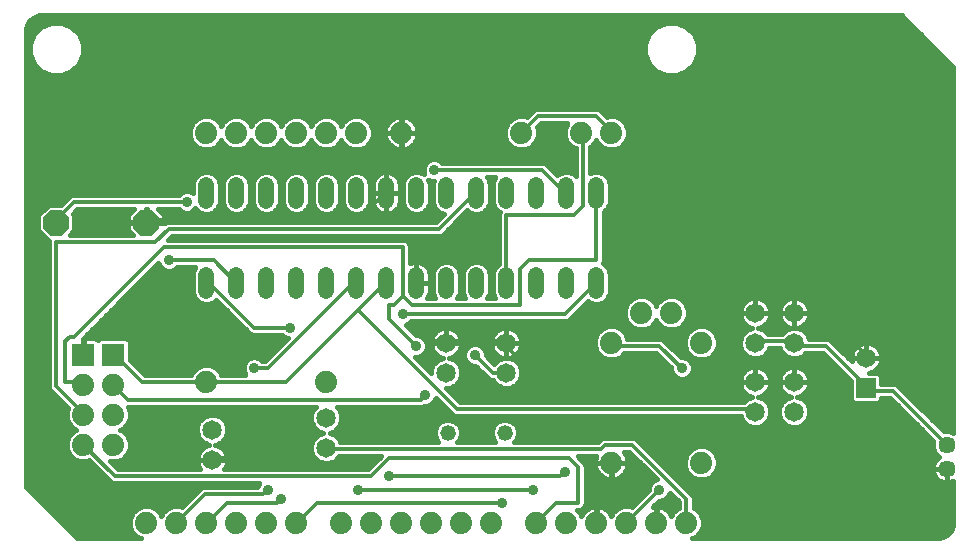
<source format=gbl>
G75*
%MOIN*%
%OFA0B0*%
%FSLAX24Y24*%
%IPPOS*%
%LPD*%
%AMOC8*
5,1,8,0,0,1.08239X$1,22.5*
%
%ADD10C,0.0650*%
%ADD11R,0.0650X0.0650*%
%ADD12C,0.0740*%
%ADD13C,0.0520*%
%ADD14R,0.0740X0.0740*%
%ADD15C,0.0570*%
%ADD16OC8,0.0850*%
%ADD17C,0.0520*%
%ADD18C,0.0120*%
%ADD19C,0.0360*%
%ADD20C,0.0160*%
D10*
X009080Y005180D03*
X009080Y006180D03*
X012880Y006580D03*
X012880Y005580D03*
X016880Y008080D03*
X016880Y009080D03*
X018880Y009080D03*
X018880Y008080D03*
X027180Y007780D03*
X028480Y007780D03*
X028480Y006780D03*
X027180Y006780D03*
X030880Y008580D03*
X028480Y009080D03*
X027180Y009080D03*
X027180Y010080D03*
X028480Y010080D03*
D11*
X030880Y007580D03*
D12*
X025380Y009080D03*
X024380Y010080D03*
X023380Y010080D03*
X022380Y009080D03*
X022380Y005080D03*
X021880Y003080D03*
X020880Y003080D03*
X019880Y003080D03*
X018380Y003080D03*
X017380Y003080D03*
X016380Y003080D03*
X015380Y003080D03*
X014380Y003080D03*
X013380Y003080D03*
X011880Y003080D03*
X010880Y003080D03*
X009880Y003080D03*
X008880Y003080D03*
X007880Y003080D03*
X006880Y003080D03*
X005780Y005680D03*
X004780Y005680D03*
X004780Y006680D03*
X005780Y006680D03*
X005780Y007680D03*
X004780Y007680D03*
X008880Y007780D03*
X012880Y007780D03*
X022880Y003080D03*
X023880Y003080D03*
X024880Y003080D03*
X025380Y005080D03*
X022380Y016080D03*
X021380Y016080D03*
X019380Y016080D03*
X015380Y016080D03*
X013880Y016080D03*
X012880Y016080D03*
X011880Y016080D03*
X010880Y016080D03*
X009880Y016080D03*
X008880Y016080D03*
D13*
X016930Y006080D03*
X018830Y006080D03*
D14*
X005780Y008680D03*
X004780Y008680D03*
D15*
X033555Y005674D03*
X033555Y004886D03*
D16*
X006880Y013080D03*
X003880Y013080D03*
D17*
X008880Y013820D02*
X008880Y014340D01*
X009880Y014340D02*
X009880Y013820D01*
X010880Y013820D02*
X010880Y014340D01*
X011880Y014340D02*
X011880Y013820D01*
X012880Y013820D02*
X012880Y014340D01*
X013880Y014340D02*
X013880Y013820D01*
X014880Y013820D02*
X014880Y014340D01*
X015880Y014340D02*
X015880Y013820D01*
X016880Y013820D02*
X016880Y014340D01*
X017880Y014340D02*
X017880Y013820D01*
X018880Y013820D02*
X018880Y014340D01*
X019880Y014340D02*
X019880Y013820D01*
X020880Y013820D02*
X020880Y014340D01*
X021880Y014340D02*
X021880Y013820D01*
X021880Y011340D02*
X021880Y010820D01*
X020880Y010820D02*
X020880Y011340D01*
X019880Y011340D02*
X019880Y010820D01*
X018880Y010820D02*
X018880Y011340D01*
X017880Y011340D02*
X017880Y010820D01*
X016880Y010820D02*
X016880Y011340D01*
X015880Y011340D02*
X015880Y010820D01*
X014880Y010820D02*
X014880Y011340D01*
X013880Y011340D02*
X013880Y010820D01*
X012880Y010820D02*
X012880Y011340D01*
X011880Y011340D02*
X011880Y010820D01*
X010880Y010820D02*
X010880Y011340D01*
X009880Y011340D02*
X009880Y010820D01*
X008880Y010820D02*
X008880Y011340D01*
D18*
X008880Y011080D02*
X008980Y011080D01*
X010480Y009580D01*
X011680Y009580D01*
X010930Y008230D02*
X010480Y008230D01*
X010930Y008230D02*
X013780Y011080D01*
X013880Y011080D01*
X013930Y010180D02*
X014830Y011080D01*
X014880Y011080D01*
X015430Y010630D02*
X015130Y010330D01*
X014980Y010330D01*
X014980Y009880D01*
X015880Y008980D01*
X016330Y009130D02*
X016780Y009130D01*
X016880Y009080D01*
X016930Y009130D01*
X018880Y009130D01*
X018880Y009080D01*
X018880Y008980D01*
X020080Y007780D01*
X027180Y007780D01*
X027130Y006880D02*
X027180Y006780D01*
X027130Y006880D02*
X017230Y006880D01*
X013930Y010180D01*
X011530Y007780D01*
X008880Y007780D01*
X006730Y007780D01*
X005830Y008680D01*
X005780Y008680D01*
X004480Y009280D02*
X004330Y009280D01*
X004180Y009130D01*
X004180Y007780D01*
X004780Y007780D01*
X004780Y007680D01*
X005780Y007680D02*
X006280Y007180D01*
X016030Y007180D01*
X016180Y007330D01*
X017830Y008680D02*
X018430Y008080D01*
X018880Y008080D01*
X016330Y009130D02*
X015880Y009580D01*
X015430Y010030D02*
X020830Y010030D01*
X021880Y011080D01*
X021880Y011830D02*
X019630Y011830D01*
X019330Y011530D01*
X019330Y010330D01*
X015730Y010330D01*
X015430Y010630D01*
X015430Y012280D01*
X007480Y012280D01*
X004480Y009280D01*
X003880Y007630D02*
X003880Y012430D01*
X007180Y012430D01*
X007630Y012880D01*
X016630Y012880D01*
X017830Y014080D01*
X017880Y014080D01*
X018880Y013330D02*
X021130Y013330D01*
X021430Y013630D01*
X021430Y016030D01*
X021380Y016080D01*
X021880Y016630D02*
X022330Y016180D01*
X022380Y016080D01*
X021880Y016630D02*
X019930Y016630D01*
X019380Y016080D01*
X020080Y014830D02*
X016480Y014830D01*
X014880Y014080D02*
X014830Y014080D01*
X013930Y013180D01*
X006880Y013180D01*
X006880Y013080D01*
X008230Y013780D02*
X004480Y013780D01*
X003880Y013180D01*
X003880Y013080D01*
X007630Y011830D02*
X009130Y011830D01*
X009880Y011080D01*
X004780Y006730D02*
X003880Y007630D01*
X004780Y006730D02*
X004780Y006680D01*
X004780Y005680D02*
X005830Y004630D01*
X014380Y004630D01*
X014980Y005230D01*
X020980Y005230D01*
X021280Y004930D01*
X021280Y003730D01*
X020530Y003730D01*
X019880Y003080D01*
X018730Y003730D02*
X012580Y003730D01*
X011980Y003130D01*
X011880Y003080D01*
X011230Y003730D02*
X009580Y003730D01*
X008980Y003130D01*
X008880Y003080D01*
X008830Y004030D02*
X007880Y003080D01*
X008830Y004030D02*
X010780Y004030D01*
X010930Y004180D01*
X011230Y003730D02*
X011380Y003880D01*
X010030Y005230D02*
X009130Y005230D01*
X009080Y005180D01*
X010030Y005230D02*
X010180Y005380D01*
X012880Y005530D02*
X012880Y005580D01*
X012880Y005530D02*
X022030Y005530D01*
X022180Y005680D01*
X023080Y005680D01*
X024880Y003880D01*
X024880Y003080D01*
X023980Y004180D02*
X022880Y003080D01*
X020830Y004780D02*
X020680Y004630D01*
X014980Y004630D01*
X013930Y004180D02*
X019780Y004180D01*
X023980Y008980D02*
X024730Y008230D01*
X023980Y008980D02*
X022480Y008980D01*
X022380Y009080D01*
X018880Y011080D02*
X018880Y013330D01*
X020080Y014830D02*
X020830Y014080D01*
X020880Y014080D01*
X021880Y014080D02*
X021880Y011830D01*
X027180Y009080D02*
X027280Y009130D01*
X028480Y009130D01*
X028480Y009080D01*
X028480Y008980D01*
X029530Y008980D01*
X030880Y007630D01*
X030880Y007580D01*
X030880Y007480D01*
X031780Y007480D01*
X033580Y005680D01*
X033555Y005674D01*
X030880Y008580D02*
X030880Y008680D01*
X029530Y010030D01*
X028480Y010030D01*
X028480Y010080D01*
D19*
X024730Y008230D03*
X020830Y004780D03*
X019780Y004180D03*
X018730Y003730D03*
X014980Y004630D03*
X013930Y004180D03*
X011380Y003880D03*
X010930Y004180D03*
X010180Y005380D03*
X010480Y008230D03*
X011680Y009580D03*
X015430Y010030D03*
X015880Y009580D03*
X015880Y008980D03*
X017830Y008680D03*
X016180Y007330D03*
X023980Y004180D03*
X008230Y013780D03*
X007630Y011830D03*
X016480Y014830D03*
D20*
X004579Y002560D02*
X002860Y004279D01*
X002860Y019476D01*
X002864Y019544D01*
X002900Y019675D01*
X002967Y019793D01*
X003063Y019889D01*
X003181Y019956D01*
X003312Y019992D01*
X003380Y019996D01*
X032051Y019996D01*
X033770Y018277D01*
X033770Y006088D01*
X033647Y006139D01*
X033463Y006139D01*
X033461Y006138D01*
X031983Y007616D01*
X031916Y007683D01*
X031828Y007720D01*
X031385Y007720D01*
X031385Y007980D01*
X031280Y008085D01*
X030983Y008085D01*
X030998Y008087D01*
X031074Y008112D01*
X031145Y008148D01*
X031209Y008195D01*
X031265Y008251D01*
X031312Y008315D01*
X031348Y008386D01*
X031373Y008462D01*
X031385Y008540D01*
X031385Y008580D01*
X031385Y008620D01*
X031373Y008698D01*
X031348Y008774D01*
X031312Y008845D01*
X031265Y008909D01*
X031209Y008965D01*
X031145Y009012D01*
X031074Y009048D01*
X030998Y009073D01*
X030920Y009085D01*
X030880Y009085D01*
X030880Y008580D01*
X030880Y008580D01*
X031385Y008580D01*
X030880Y008580D01*
X030880Y008580D01*
X030880Y008580D01*
X030375Y008580D01*
X030375Y008620D01*
X030387Y008698D01*
X030412Y008774D01*
X030448Y008845D01*
X030495Y008909D01*
X030551Y008965D01*
X030615Y009012D01*
X030686Y009048D01*
X030762Y009073D01*
X030840Y009085D01*
X030880Y009085D01*
X030880Y008580D01*
X030375Y008580D01*
X030375Y008540D01*
X030387Y008462D01*
X029733Y009116D01*
X029666Y009183D01*
X029578Y009220D01*
X028969Y009220D01*
X028908Y009366D01*
X028766Y009508D01*
X028581Y009585D01*
X028598Y009587D01*
X028674Y009612D01*
X028745Y009648D01*
X028809Y009695D01*
X028865Y009751D01*
X028912Y009815D01*
X028948Y009886D01*
X028973Y009962D01*
X028985Y010040D01*
X028985Y010080D01*
X028985Y010120D01*
X028973Y010198D01*
X028948Y010274D01*
X028912Y010345D01*
X028865Y010409D01*
X028809Y010465D01*
X028745Y010512D01*
X028674Y010548D01*
X028598Y010573D01*
X028520Y010585D01*
X028480Y010585D01*
X028480Y010080D01*
X028480Y010080D01*
X028985Y010080D01*
X028480Y010080D01*
X028480Y010080D01*
X028480Y009585D01*
X028480Y009585D01*
X028480Y010080D01*
X028480Y010080D01*
X028480Y010080D01*
X027975Y010080D01*
X027975Y010120D01*
X027987Y010198D01*
X028012Y010274D01*
X028048Y010345D01*
X028095Y010409D01*
X028151Y010465D01*
X028215Y010512D01*
X028286Y010548D01*
X028362Y010573D01*
X028440Y010585D01*
X028480Y010585D01*
X028480Y010080D01*
X027975Y010080D01*
X027975Y010040D01*
X027987Y009962D01*
X028012Y009886D01*
X028048Y009815D01*
X028095Y009751D01*
X028151Y009695D01*
X028215Y009648D01*
X028286Y009612D01*
X028362Y009587D01*
X028379Y009585D01*
X028194Y009508D01*
X028056Y009370D01*
X027604Y009370D01*
X027466Y009508D01*
X027281Y009585D01*
X027298Y009587D01*
X027374Y009612D01*
X027445Y009648D01*
X027509Y009695D01*
X027565Y009751D01*
X027612Y009815D01*
X027648Y009886D01*
X027673Y009962D01*
X027685Y010040D01*
X027685Y010080D01*
X027685Y010120D01*
X027673Y010198D01*
X027648Y010274D01*
X027612Y010345D01*
X027565Y010409D01*
X027509Y010465D01*
X027445Y010512D01*
X027374Y010548D01*
X027298Y010573D01*
X027220Y010585D01*
X027180Y010585D01*
X027180Y010080D01*
X027180Y010080D01*
X027685Y010080D01*
X027180Y010080D01*
X027180Y010080D01*
X027180Y010080D01*
X026675Y010080D01*
X026675Y010120D01*
X026687Y010198D01*
X026712Y010274D01*
X026748Y010345D01*
X026795Y010409D01*
X026851Y010465D01*
X026915Y010512D01*
X026986Y010548D01*
X027062Y010573D01*
X027140Y010585D01*
X027180Y010585D01*
X027180Y010080D01*
X026675Y010080D01*
X026675Y010040D01*
X026687Y009962D01*
X026712Y009886D01*
X026748Y009815D01*
X026795Y009751D01*
X026851Y009695D01*
X026915Y009648D01*
X026986Y009612D01*
X027062Y009587D01*
X027079Y009585D01*
X026894Y009508D01*
X026752Y009366D01*
X026675Y009180D01*
X026675Y008980D01*
X026752Y008794D01*
X026894Y008652D01*
X027080Y008575D01*
X027280Y008575D01*
X027466Y008652D01*
X027608Y008794D01*
X027648Y008890D01*
X028012Y008890D01*
X028052Y008794D01*
X028194Y008652D01*
X028380Y008575D01*
X028580Y008575D01*
X028766Y008652D01*
X028854Y008740D01*
X029431Y008740D01*
X030375Y007796D01*
X030375Y007180D01*
X030480Y007075D01*
X031280Y007075D01*
X031385Y007180D01*
X031385Y007240D01*
X031681Y007240D01*
X033109Y005812D01*
X033090Y005766D01*
X033090Y005581D01*
X033161Y005410D01*
X033292Y005279D01*
X033300Y005276D01*
X033252Y005241D01*
X033200Y005189D01*
X033157Y005130D01*
X033124Y005065D01*
X033101Y004995D01*
X033090Y004923D01*
X033090Y004886D01*
X033090Y004850D01*
X033101Y004777D01*
X033124Y004708D01*
X033157Y004643D01*
X033200Y004583D01*
X033252Y004532D01*
X033311Y004489D01*
X033377Y004455D01*
X033446Y004433D01*
X033518Y004421D01*
X033555Y004421D01*
X033592Y004421D01*
X033664Y004433D01*
X033733Y004455D01*
X033770Y004474D01*
X033770Y003080D01*
X033766Y003012D01*
X033730Y002881D01*
X033663Y002763D01*
X033567Y002667D01*
X033449Y002600D01*
X033318Y002564D01*
X033250Y002560D01*
X025062Y002560D01*
X025192Y002614D01*
X025346Y002768D01*
X025430Y002971D01*
X025430Y003189D01*
X025346Y003392D01*
X025192Y003546D01*
X025120Y003576D01*
X025120Y003928D01*
X025083Y004016D01*
X025016Y004083D01*
X023216Y005883D01*
X023128Y005920D01*
X023032Y005920D01*
X022132Y005920D01*
X022044Y005883D01*
X021977Y005816D01*
X021931Y005770D01*
X019142Y005770D01*
X019203Y005831D01*
X019270Y005992D01*
X019270Y006168D01*
X019203Y006329D01*
X019079Y006453D01*
X018918Y006520D01*
X018742Y006520D01*
X018581Y006453D01*
X018457Y006329D01*
X018390Y006168D01*
X018390Y005992D01*
X018457Y005831D01*
X018518Y005770D01*
X017242Y005770D01*
X017303Y005831D01*
X017370Y005992D01*
X017370Y006168D01*
X017303Y006329D01*
X017179Y006453D01*
X017018Y006520D01*
X016842Y006520D01*
X016681Y006453D01*
X016557Y006329D01*
X016490Y006168D01*
X016490Y005992D01*
X016557Y005831D01*
X016618Y005770D01*
X013348Y005770D01*
X013308Y005866D01*
X013166Y006008D01*
X012993Y006080D01*
X013166Y006152D01*
X013308Y006294D01*
X013385Y006480D01*
X013385Y006680D01*
X013308Y006866D01*
X013234Y006940D01*
X016078Y006940D01*
X016150Y006970D01*
X016252Y006970D01*
X016384Y007025D01*
X016485Y007126D01*
X016532Y007239D01*
X017027Y006744D01*
X017094Y006677D01*
X017182Y006640D01*
X026691Y006640D01*
X026752Y006494D01*
X026894Y006352D01*
X027080Y006275D01*
X027280Y006275D01*
X027466Y006352D01*
X027608Y006494D01*
X027685Y006680D01*
X027685Y006880D01*
X027608Y007066D01*
X027466Y007208D01*
X027281Y007285D01*
X027298Y007287D01*
X027374Y007312D01*
X027445Y007348D01*
X027509Y007395D01*
X027565Y007451D01*
X027612Y007515D01*
X027648Y007586D01*
X027673Y007662D01*
X027685Y007740D01*
X027685Y007780D01*
X027685Y007820D01*
X027673Y007898D01*
X027648Y007974D01*
X027612Y008045D01*
X027565Y008109D01*
X027509Y008165D01*
X027445Y008212D01*
X027374Y008248D01*
X027298Y008273D01*
X027220Y008285D01*
X027180Y008285D01*
X027180Y007780D01*
X027180Y007780D01*
X027685Y007780D01*
X027180Y007780D01*
X027180Y007780D01*
X027180Y007780D01*
X026675Y007780D01*
X026675Y007820D01*
X026687Y007898D01*
X026712Y007974D01*
X026748Y008045D01*
X026795Y008109D01*
X026851Y008165D01*
X026915Y008212D01*
X026986Y008248D01*
X027062Y008273D01*
X027140Y008285D01*
X027180Y008285D01*
X027180Y007780D01*
X026675Y007780D01*
X026675Y007740D01*
X026687Y007662D01*
X026712Y007586D01*
X026748Y007515D01*
X026795Y007451D01*
X026851Y007395D01*
X026915Y007348D01*
X026986Y007312D01*
X027062Y007287D01*
X027079Y007285D01*
X026894Y007208D01*
X026806Y007120D01*
X017329Y007120D01*
X016874Y007575D01*
X016980Y007575D01*
X017166Y007652D01*
X017308Y007794D01*
X017385Y007980D01*
X017385Y008180D01*
X017308Y008366D01*
X017166Y008508D01*
X016981Y008585D01*
X016998Y008587D01*
X017074Y008612D01*
X017145Y008648D01*
X017209Y008695D01*
X017265Y008751D01*
X017312Y008815D01*
X017348Y008886D01*
X017373Y008962D01*
X017385Y009040D01*
X017385Y009080D01*
X017385Y009120D01*
X017373Y009198D01*
X017348Y009274D01*
X017312Y009345D01*
X017265Y009409D01*
X017209Y009465D01*
X017145Y009512D01*
X017074Y009548D01*
X016998Y009573D01*
X016920Y009585D01*
X016880Y009585D01*
X016880Y009080D01*
X016880Y009080D01*
X017385Y009080D01*
X016880Y009080D01*
X016880Y009080D01*
X016880Y009080D01*
X016375Y009080D01*
X016375Y009120D01*
X016387Y009198D01*
X016412Y009274D01*
X016448Y009345D01*
X016495Y009409D01*
X016551Y009465D01*
X016615Y009512D01*
X016686Y009548D01*
X016762Y009573D01*
X016840Y009585D01*
X016880Y009585D01*
X016880Y009080D01*
X016375Y009080D01*
X016375Y009040D01*
X016387Y008962D01*
X016412Y008886D01*
X016448Y008815D01*
X016495Y008751D01*
X016551Y008695D01*
X016615Y008648D01*
X016686Y008612D01*
X016762Y008587D01*
X016779Y008585D01*
X016594Y008508D01*
X016452Y008366D01*
X016375Y008180D01*
X016375Y008074D01*
X015829Y008620D01*
X015952Y008620D01*
X016084Y008675D01*
X016185Y008776D01*
X016240Y008908D01*
X016240Y009052D01*
X016185Y009184D01*
X016084Y009285D01*
X015952Y009340D01*
X015859Y009340D01*
X015521Y009678D01*
X015634Y009725D01*
X015699Y009790D01*
X020878Y009790D01*
X020966Y009827D01*
X021033Y009894D01*
X021609Y010469D01*
X021631Y010447D01*
X021792Y010380D01*
X021968Y010380D01*
X022129Y010447D01*
X022253Y010571D01*
X022320Y010732D01*
X022320Y011428D01*
X022253Y011589D01*
X022129Y011713D01*
X022097Y011726D01*
X022120Y011782D01*
X022120Y013443D01*
X022129Y013447D01*
X022253Y013571D01*
X022320Y013732D01*
X022320Y014428D01*
X022253Y014589D01*
X022129Y014713D01*
X021968Y014780D01*
X021792Y014780D01*
X021670Y014729D01*
X021670Y015605D01*
X021692Y015614D01*
X021846Y015768D01*
X021880Y015850D01*
X021914Y015768D01*
X022068Y015614D01*
X022271Y015530D01*
X022489Y015530D01*
X022692Y015614D01*
X022846Y015768D01*
X022930Y015971D01*
X022930Y016189D01*
X022846Y016392D01*
X022692Y016546D01*
X022489Y016630D01*
X022271Y016630D01*
X022234Y016615D01*
X022016Y016833D01*
X021928Y016870D01*
X019882Y016870D01*
X019794Y016833D01*
X019727Y016766D01*
X019561Y016600D01*
X019489Y016630D01*
X019271Y016630D01*
X019068Y016546D01*
X018914Y016392D01*
X018830Y016189D01*
X018830Y015971D01*
X018914Y015768D01*
X019068Y015614D01*
X019271Y015530D01*
X019489Y015530D01*
X019692Y015614D01*
X019846Y015768D01*
X019930Y015971D01*
X019930Y016189D01*
X019900Y016261D01*
X020029Y016390D01*
X020913Y016390D01*
X020830Y016189D01*
X020830Y015971D01*
X020914Y015768D01*
X021068Y015614D01*
X021190Y015563D01*
X021190Y014652D01*
X021129Y014713D01*
X020968Y014780D01*
X020792Y014780D01*
X020631Y014713D01*
X020584Y014666D01*
X020283Y014966D01*
X020216Y015033D01*
X020128Y015070D01*
X016749Y015070D01*
X016684Y015135D01*
X016552Y015190D01*
X016408Y015190D01*
X016276Y015135D01*
X016175Y015034D01*
X016120Y014902D01*
X016120Y014758D01*
X016146Y014697D01*
X016129Y014713D01*
X015968Y014780D01*
X015792Y014780D01*
X015631Y014713D01*
X015507Y014589D01*
X015440Y014428D01*
X015440Y013732D01*
X015507Y013571D01*
X015631Y013447D01*
X015792Y013380D01*
X015968Y013380D01*
X016129Y013447D01*
X016253Y013571D01*
X016320Y013732D01*
X016320Y014428D01*
X016280Y014523D01*
X016408Y014470D01*
X016458Y014470D01*
X016440Y014428D01*
X016440Y013732D01*
X016507Y013571D01*
X016631Y013447D01*
X016791Y013381D01*
X016531Y013120D01*
X007582Y013120D01*
X007494Y013083D01*
X007471Y013060D01*
X006900Y013060D01*
X006900Y013100D01*
X006900Y013540D01*
X006860Y013540D01*
X006860Y013100D01*
X006900Y013100D01*
X007485Y013100D01*
X007485Y013331D01*
X007276Y013540D01*
X007961Y013540D01*
X008026Y013475D01*
X008158Y013420D01*
X008302Y013420D01*
X008434Y013475D01*
X008518Y013559D01*
X008631Y013447D01*
X008792Y013380D01*
X008968Y013380D01*
X009129Y013447D01*
X009253Y013571D01*
X009320Y013732D01*
X009320Y014428D01*
X009253Y014589D01*
X009129Y014713D01*
X008968Y014780D01*
X008792Y014780D01*
X008631Y014713D01*
X008507Y014589D01*
X008440Y014428D01*
X008440Y014079D01*
X008434Y014085D01*
X008302Y014140D01*
X008158Y014140D01*
X008026Y014085D01*
X007961Y014020D01*
X004432Y014020D01*
X004344Y013983D01*
X004277Y013916D01*
X004046Y013685D01*
X003629Y013685D01*
X003275Y013331D01*
X003275Y012829D01*
X003629Y012475D01*
X003640Y012475D01*
X003640Y007582D01*
X003677Y007494D01*
X003744Y007427D01*
X004274Y006896D01*
X004230Y006789D01*
X004230Y006571D01*
X004314Y006368D01*
X004468Y006214D01*
X004550Y006180D01*
X004468Y006146D01*
X004314Y005992D01*
X004230Y005789D01*
X004230Y005571D01*
X004314Y005368D01*
X004468Y005214D01*
X004671Y005130D01*
X004889Y005130D01*
X004961Y005160D01*
X005627Y004494D01*
X005694Y004427D01*
X005782Y004390D01*
X010631Y004390D01*
X010625Y004384D01*
X010578Y004270D01*
X008782Y004270D01*
X008694Y004233D01*
X008061Y003600D01*
X007989Y003630D01*
X007771Y003630D01*
X007568Y003546D01*
X007414Y003392D01*
X007380Y003310D01*
X007346Y003392D01*
X007192Y003546D01*
X006989Y003630D01*
X006771Y003630D01*
X006568Y003546D01*
X006414Y003392D01*
X006330Y003189D01*
X006330Y002971D01*
X006414Y002768D01*
X006568Y002614D01*
X006698Y002560D01*
X004579Y002560D01*
X004425Y002714D02*
X006468Y002714D01*
X006371Y002873D02*
X004266Y002873D01*
X004108Y003031D02*
X006330Y003031D01*
X006330Y003190D02*
X003949Y003190D01*
X003791Y003348D02*
X006396Y003348D01*
X006529Y003507D02*
X003632Y003507D01*
X003474Y003665D02*
X008126Y003665D01*
X008284Y003824D02*
X003315Y003824D01*
X003157Y003982D02*
X008443Y003982D01*
X008601Y004141D02*
X002998Y004141D01*
X002860Y004299D02*
X010590Y004299D01*
X009512Y004915D02*
X009548Y004986D01*
X009573Y005062D01*
X009585Y005140D01*
X009585Y005180D01*
X009585Y005220D01*
X009573Y005298D01*
X009548Y005374D01*
X009512Y005445D01*
X009465Y005509D01*
X009409Y005565D01*
X009345Y005612D01*
X009274Y005648D01*
X009198Y005673D01*
X009181Y005675D01*
X009366Y005752D01*
X009508Y005894D01*
X009585Y006080D01*
X009585Y006280D01*
X009508Y006466D01*
X009366Y006608D01*
X009180Y006685D01*
X008980Y006685D01*
X008794Y006608D01*
X008652Y006466D01*
X008575Y006280D01*
X008575Y006080D01*
X008652Y005894D01*
X008794Y005752D01*
X008979Y005675D01*
X008962Y005673D01*
X008886Y005648D01*
X008815Y005612D01*
X008751Y005565D01*
X008695Y005509D01*
X008648Y005445D01*
X008612Y005374D01*
X008587Y005298D01*
X008575Y005220D01*
X008575Y005180D01*
X009080Y005180D01*
X009585Y005180D01*
X009080Y005180D01*
X009080Y005180D01*
X009080Y005180D01*
X008575Y005180D01*
X008575Y005140D01*
X008587Y005062D01*
X008612Y004986D01*
X008648Y004915D01*
X008681Y004870D01*
X005929Y004870D01*
X005669Y005131D01*
X005671Y005130D01*
X005889Y005130D01*
X006092Y005214D01*
X006246Y005368D01*
X006330Y005571D01*
X006330Y005789D01*
X006246Y005992D01*
X006092Y006146D01*
X006010Y006180D01*
X006092Y006214D01*
X006246Y006368D01*
X006330Y006571D01*
X006330Y006789D01*
X006268Y006940D01*
X012526Y006940D01*
X012452Y006866D01*
X012375Y006680D01*
X012375Y006480D01*
X012452Y006294D01*
X012594Y006152D01*
X012767Y006080D01*
X012594Y006008D01*
X012452Y005866D01*
X012375Y005680D01*
X012375Y005480D01*
X012452Y005294D01*
X012594Y005152D01*
X012780Y005075D01*
X012980Y005075D01*
X013166Y005152D01*
X013304Y005290D01*
X014701Y005290D01*
X014281Y004870D01*
X009479Y004870D01*
X009512Y004915D01*
X009521Y004933D02*
X014344Y004933D01*
X014502Y005092D02*
X013020Y005092D01*
X012740Y005092D02*
X009577Y005092D01*
X009580Y005250D02*
X012496Y005250D01*
X012404Y005409D02*
X009530Y005409D01*
X009406Y005567D02*
X012375Y005567D01*
X012394Y005726D02*
X009302Y005726D01*
X009498Y005884D02*
X012470Y005884D01*
X012677Y006043D02*
X009570Y006043D01*
X009585Y006201D02*
X012545Y006201D01*
X012425Y006360D02*
X009552Y006360D01*
X009456Y006518D02*
X012375Y006518D01*
X012375Y006677D02*
X009201Y006677D01*
X008959Y006677D02*
X006330Y006677D01*
X006311Y006835D02*
X012439Y006835D01*
X013321Y006835D02*
X016936Y006835D01*
X017094Y006677D02*
X013385Y006677D01*
X013385Y006518D02*
X016838Y006518D01*
X017022Y006518D02*
X018738Y006518D01*
X018922Y006518D02*
X026742Y006518D01*
X026886Y006360D02*
X019173Y006360D01*
X019256Y006201D02*
X032720Y006201D01*
X032878Y006043D02*
X019270Y006043D01*
X019225Y005884D02*
X022045Y005884D01*
X021870Y005290D02*
X021259Y005290D01*
X021416Y005133D01*
X021483Y005066D01*
X021520Y004978D01*
X021520Y003682D01*
X021483Y003594D01*
X021416Y003527D01*
X021328Y003490D01*
X021248Y003490D01*
X021346Y003392D01*
X021380Y003310D01*
X021410Y003368D01*
X021460Y003438D01*
X021522Y003500D01*
X021592Y003550D01*
X021669Y003590D01*
X021751Y003616D01*
X021837Y003630D01*
X021860Y003630D01*
X021860Y003100D01*
X021900Y003100D01*
X021900Y003630D01*
X021923Y003630D01*
X022009Y003616D01*
X022091Y003590D01*
X022168Y003550D01*
X022238Y003500D01*
X022300Y003438D01*
X022350Y003368D01*
X022380Y003310D01*
X022414Y003392D01*
X022568Y003546D01*
X022771Y003630D01*
X022989Y003630D01*
X023061Y003600D01*
X023620Y004159D01*
X023620Y004252D01*
X023675Y004384D01*
X023776Y004485D01*
X023889Y004532D01*
X022981Y005440D01*
X022798Y005440D01*
X022800Y005438D01*
X022850Y005368D01*
X022890Y005291D01*
X022916Y005209D01*
X022930Y005123D01*
X022930Y005089D01*
X022389Y005089D01*
X022389Y005071D01*
X022930Y005071D01*
X022930Y005037D01*
X022916Y004951D01*
X022890Y004869D01*
X022850Y004792D01*
X022800Y004722D01*
X022738Y004660D01*
X022668Y004610D01*
X022591Y004570D01*
X022509Y004544D01*
X022423Y004530D01*
X022389Y004530D01*
X022389Y005071D01*
X022371Y005071D01*
X021830Y005071D01*
X021830Y005037D01*
X021844Y004951D01*
X021870Y004869D01*
X021910Y004792D01*
X021960Y004722D01*
X022022Y004660D01*
X022092Y004610D01*
X022169Y004570D01*
X022251Y004544D01*
X022337Y004530D01*
X022371Y004530D01*
X022371Y005071D01*
X022371Y005089D01*
X021830Y005089D01*
X021830Y005123D01*
X021844Y005209D01*
X021870Y005290D01*
X021857Y005250D02*
X021299Y005250D01*
X021458Y005092D02*
X021830Y005092D01*
X021849Y004933D02*
X021520Y004933D01*
X021520Y004775D02*
X021922Y004775D01*
X022083Y004616D02*
X021520Y004616D01*
X021520Y004458D02*
X023748Y004458D01*
X023805Y004616D02*
X022677Y004616D01*
X022838Y004775D02*
X023646Y004775D01*
X023488Y004933D02*
X022911Y004933D01*
X022930Y005092D02*
X023329Y005092D01*
X023171Y005250D02*
X022903Y005250D01*
X022821Y005409D02*
X023012Y005409D01*
X023374Y005726D02*
X033090Y005726D01*
X033096Y005567D02*
X025641Y005567D01*
X025692Y005546D02*
X025489Y005630D01*
X025271Y005630D01*
X025068Y005546D01*
X024914Y005392D01*
X024830Y005189D01*
X024830Y004971D01*
X024914Y004768D01*
X025068Y004614D01*
X025271Y004530D01*
X025489Y004530D01*
X025692Y004614D01*
X025846Y004768D01*
X025930Y004971D01*
X025930Y005189D01*
X025846Y005392D01*
X025692Y005546D01*
X025829Y005409D02*
X033163Y005409D01*
X033264Y005250D02*
X025905Y005250D01*
X025930Y005092D02*
X033138Y005092D01*
X033092Y004933D02*
X025914Y004933D01*
X025849Y004775D02*
X033102Y004775D01*
X033090Y004886D02*
X033555Y004886D01*
X033555Y004421D01*
X033555Y004886D01*
X033555Y004886D01*
X033555Y004886D01*
X033090Y004886D01*
X033177Y004616D02*
X025694Y004616D01*
X025066Y004616D02*
X024483Y004616D01*
X024325Y004775D02*
X024911Y004775D01*
X024846Y004933D02*
X024166Y004933D01*
X024008Y005092D02*
X024830Y005092D01*
X024855Y005250D02*
X023849Y005250D01*
X023691Y005409D02*
X024931Y005409D01*
X025119Y005567D02*
X023532Y005567D01*
X023215Y005884D02*
X033037Y005884D01*
X033398Y006201D02*
X033770Y006201D01*
X033770Y006360D02*
X033240Y006360D01*
X033081Y006518D02*
X033770Y006518D01*
X033770Y006677D02*
X032923Y006677D01*
X032764Y006835D02*
X033770Y006835D01*
X033770Y006994D02*
X032606Y006994D01*
X032447Y007152D02*
X033770Y007152D01*
X033770Y007311D02*
X032289Y007311D01*
X032130Y007469D02*
X033770Y007469D01*
X033770Y007628D02*
X031972Y007628D01*
X031769Y007152D02*
X031357Y007152D01*
X031927Y006994D02*
X028938Y006994D01*
X028908Y007066D02*
X028985Y006880D01*
X028985Y006680D01*
X028908Y006494D01*
X028766Y006352D01*
X028580Y006275D01*
X028380Y006275D01*
X028194Y006352D01*
X028052Y006494D01*
X027975Y006680D01*
X027975Y006880D01*
X028052Y007066D01*
X028194Y007208D01*
X028379Y007285D01*
X028362Y007287D01*
X028286Y007312D01*
X028215Y007348D01*
X028151Y007395D01*
X028095Y007451D01*
X028048Y007515D01*
X028012Y007586D01*
X027987Y007662D01*
X027975Y007740D01*
X027975Y007780D01*
X028480Y007780D01*
X028985Y007780D01*
X028985Y007820D01*
X028973Y007898D01*
X028948Y007974D01*
X028912Y008045D01*
X028865Y008109D01*
X028809Y008165D01*
X028745Y008212D01*
X028674Y008248D01*
X028598Y008273D01*
X028520Y008285D01*
X028480Y008285D01*
X028480Y007780D01*
X028480Y007780D01*
X028480Y007780D01*
X028985Y007780D01*
X028985Y007740D01*
X028973Y007662D01*
X028948Y007586D01*
X028912Y007515D01*
X028865Y007451D01*
X028809Y007395D01*
X028745Y007348D01*
X028674Y007312D01*
X028598Y007287D01*
X028581Y007285D01*
X028766Y007208D01*
X028908Y007066D01*
X028822Y007152D02*
X030403Y007152D01*
X030375Y007311D02*
X028669Y007311D01*
X028878Y007469D02*
X030375Y007469D01*
X030375Y007628D02*
X028961Y007628D01*
X028985Y007786D02*
X030375Y007786D01*
X030226Y007945D02*
X028958Y007945D01*
X028870Y008103D02*
X030068Y008103D01*
X029909Y008262D02*
X028632Y008262D01*
X028480Y008262D02*
X028480Y008262D01*
X028480Y008285D02*
X028440Y008285D01*
X028362Y008273D01*
X028286Y008248D01*
X028215Y008212D01*
X028151Y008165D01*
X028095Y008109D01*
X028048Y008045D01*
X028012Y007974D01*
X027987Y007898D01*
X027975Y007820D01*
X027975Y007780D01*
X028480Y007780D01*
X028480Y007780D01*
X028480Y008285D01*
X028328Y008262D02*
X027332Y008262D01*
X027180Y008262D02*
X027180Y008262D01*
X027028Y008262D02*
X025090Y008262D01*
X025090Y008302D02*
X025035Y008434D01*
X024934Y008535D01*
X024802Y008590D01*
X024709Y008590D01*
X024183Y009116D01*
X024116Y009183D01*
X024028Y009220D01*
X022917Y009220D01*
X022846Y009392D01*
X022692Y009546D01*
X022489Y009630D01*
X022271Y009630D01*
X022068Y009546D01*
X021914Y009392D01*
X021830Y009189D01*
X021830Y008971D01*
X021914Y008768D01*
X022068Y008614D01*
X022271Y008530D01*
X022489Y008530D01*
X022692Y008614D01*
X022818Y008740D01*
X023881Y008740D01*
X024370Y008251D01*
X024370Y008158D01*
X024425Y008026D01*
X024526Y007925D01*
X024658Y007870D01*
X024802Y007870D01*
X024934Y007925D01*
X025035Y008026D01*
X025090Y008158D01*
X025090Y008302D01*
X025041Y008420D02*
X029751Y008420D01*
X029592Y008579D02*
X028589Y008579D01*
X028371Y008579D02*
X027289Y008579D01*
X027071Y008579D02*
X025607Y008579D01*
X025692Y008614D02*
X025489Y008530D01*
X025271Y008530D01*
X025068Y008614D01*
X024914Y008768D01*
X024830Y008971D01*
X024830Y009189D01*
X024914Y009392D01*
X025068Y009546D01*
X025271Y009630D01*
X025489Y009630D01*
X025692Y009546D01*
X025846Y009392D01*
X025930Y009189D01*
X025930Y008971D01*
X025846Y008768D01*
X025692Y008614D01*
X025815Y008737D02*
X026809Y008737D01*
X026710Y008896D02*
X025899Y008896D01*
X025930Y009054D02*
X026675Y009054D01*
X026688Y009213D02*
X025920Y009213D01*
X025855Y009371D02*
X026757Y009371D01*
X026946Y009530D02*
X025708Y009530D01*
X025052Y009530D02*
X022708Y009530D01*
X022855Y009371D02*
X024905Y009371D01*
X024840Y009213D02*
X024046Y009213D01*
X024245Y009054D02*
X024830Y009054D01*
X024861Y008896D02*
X024404Y008896D01*
X024562Y008737D02*
X024945Y008737D01*
X024829Y008579D02*
X025153Y008579D01*
X024359Y008262D02*
X019351Y008262D01*
X019385Y008180D02*
X019308Y008366D01*
X019166Y008508D01*
X018981Y008585D01*
X018998Y008587D01*
X019074Y008612D01*
X019145Y008648D01*
X019209Y008695D01*
X019265Y008751D01*
X019312Y008815D01*
X019348Y008886D01*
X019373Y008962D01*
X019385Y009040D01*
X019385Y009080D01*
X019385Y009120D01*
X019373Y009198D01*
X019348Y009274D01*
X019312Y009345D01*
X019265Y009409D01*
X019209Y009465D01*
X019145Y009512D01*
X019074Y009548D01*
X018998Y009573D01*
X018920Y009585D01*
X018880Y009585D01*
X018880Y009080D01*
X018880Y009080D01*
X019385Y009080D01*
X018880Y009080D01*
X018880Y009080D01*
X018880Y009080D01*
X018375Y009080D01*
X018375Y009120D01*
X018387Y009198D01*
X018412Y009274D01*
X018448Y009345D01*
X018495Y009409D01*
X018551Y009465D01*
X018615Y009512D01*
X018686Y009548D01*
X018762Y009573D01*
X018840Y009585D01*
X018880Y009585D01*
X018880Y009080D01*
X018880Y008585D01*
X018880Y008585D01*
X018880Y009080D01*
X018880Y009080D01*
X018375Y009080D01*
X018375Y009040D01*
X018387Y008962D01*
X018412Y008886D01*
X018448Y008815D01*
X018495Y008751D01*
X018551Y008695D01*
X018615Y008648D01*
X018686Y008612D01*
X018762Y008587D01*
X018779Y008585D01*
X018594Y008508D01*
X018468Y008382D01*
X018190Y008659D01*
X018190Y008752D01*
X018135Y008884D01*
X018034Y008985D01*
X017902Y009040D01*
X017758Y009040D01*
X017626Y008985D01*
X017525Y008884D01*
X017470Y008752D01*
X017470Y008608D01*
X017525Y008476D01*
X017626Y008375D01*
X017758Y008320D01*
X017851Y008320D01*
X018227Y007944D01*
X018294Y007877D01*
X018382Y007840D01*
X018433Y007840D01*
X018452Y007794D01*
X018594Y007652D01*
X018780Y007575D01*
X018980Y007575D01*
X019166Y007652D01*
X019308Y007794D01*
X019385Y007980D01*
X019385Y008180D01*
X019385Y008103D02*
X024393Y008103D01*
X024506Y007945D02*
X019370Y007945D01*
X019300Y007786D02*
X026675Y007786D01*
X026699Y007628D02*
X019107Y007628D01*
X018653Y007628D02*
X017107Y007628D01*
X016980Y007469D02*
X026782Y007469D01*
X026991Y007311D02*
X017139Y007311D01*
X017297Y007152D02*
X026838Y007152D01*
X027369Y007311D02*
X028291Y007311D01*
X028138Y007152D02*
X027522Y007152D01*
X027638Y006994D02*
X028022Y006994D01*
X027975Y006835D02*
X027685Y006835D01*
X027684Y006677D02*
X027976Y006677D01*
X028042Y006518D02*
X027618Y006518D01*
X027474Y006360D02*
X028186Y006360D01*
X028774Y006360D02*
X032561Y006360D01*
X032403Y006518D02*
X028918Y006518D01*
X028984Y006677D02*
X032244Y006677D01*
X032086Y006835D02*
X028985Y006835D01*
X028082Y007469D02*
X027578Y007469D01*
X027661Y007628D02*
X027999Y007628D01*
X027975Y007786D02*
X027685Y007786D01*
X027658Y007945D02*
X028002Y007945D01*
X028090Y008103D02*
X027570Y008103D01*
X027180Y008103D02*
X027180Y008103D01*
X027180Y007945D02*
X027180Y007945D01*
X027180Y007786D02*
X027180Y007786D01*
X026790Y008103D02*
X025067Y008103D01*
X024954Y007945D02*
X026702Y007945D01*
X027551Y008737D02*
X028109Y008737D01*
X028851Y008737D02*
X029434Y008737D01*
X029954Y008896D02*
X030485Y008896D01*
X030400Y008737D02*
X030112Y008737D01*
X030271Y008579D02*
X030375Y008579D01*
X030880Y008737D02*
X030880Y008737D01*
X030880Y008896D02*
X030880Y008896D01*
X030880Y009054D02*
X030880Y009054D01*
X031055Y009054D02*
X033770Y009054D01*
X033770Y008896D02*
X031275Y008896D01*
X031360Y008737D02*
X033770Y008737D01*
X033770Y008579D02*
X031385Y008579D01*
X031359Y008420D02*
X033770Y008420D01*
X033770Y008262D02*
X031273Y008262D01*
X031046Y008103D02*
X033770Y008103D01*
X033770Y007945D02*
X031385Y007945D01*
X031385Y007786D02*
X033770Y007786D01*
X033770Y009213D02*
X029596Y009213D01*
X029795Y009054D02*
X030705Y009054D01*
X028979Y010005D02*
X033770Y010005D01*
X033770Y009847D02*
X028928Y009847D01*
X028800Y009688D02*
X033770Y009688D01*
X033770Y009530D02*
X028714Y009530D01*
X028903Y009371D02*
X033770Y009371D01*
X033770Y010164D02*
X028978Y010164D01*
X028923Y010322D02*
X033770Y010322D01*
X033770Y010481D02*
X028788Y010481D01*
X028480Y010481D02*
X028480Y010481D01*
X028480Y010322D02*
X028480Y010322D01*
X028480Y010164D02*
X028480Y010164D01*
X028480Y010005D02*
X028480Y010005D01*
X028480Y009847D02*
X028480Y009847D01*
X028480Y009688D02*
X028480Y009688D01*
X028246Y009530D02*
X027414Y009530D01*
X027500Y009688D02*
X028160Y009688D01*
X028032Y009847D02*
X027628Y009847D01*
X027679Y010005D02*
X027981Y010005D01*
X027982Y010164D02*
X027678Y010164D01*
X027623Y010322D02*
X028037Y010322D01*
X028172Y010481D02*
X027488Y010481D01*
X027180Y010481D02*
X027180Y010481D01*
X027180Y010322D02*
X027180Y010322D01*
X027180Y010164D02*
X027180Y010164D01*
X026872Y010481D02*
X024757Y010481D01*
X024692Y010546D02*
X024846Y010392D01*
X024930Y010189D01*
X024930Y009971D01*
X024846Y009768D01*
X024692Y009614D01*
X024489Y009530D01*
X024271Y009530D01*
X024068Y009614D01*
X023914Y009768D01*
X023880Y009850D01*
X023846Y009768D01*
X023692Y009614D01*
X023489Y009530D01*
X023271Y009530D01*
X023068Y009614D01*
X022914Y009768D01*
X022830Y009971D01*
X022830Y010189D01*
X022914Y010392D01*
X023068Y010546D01*
X023271Y010630D01*
X023489Y010630D01*
X023692Y010546D01*
X023846Y010392D01*
X023880Y010310D01*
X023914Y010392D01*
X024068Y010546D01*
X024271Y010630D01*
X024489Y010630D01*
X024692Y010546D01*
X024875Y010322D02*
X026737Y010322D01*
X026682Y010164D02*
X024930Y010164D01*
X024930Y010005D02*
X026681Y010005D01*
X026732Y009847D02*
X024879Y009847D01*
X024766Y009688D02*
X026860Y009688D01*
X027603Y009371D02*
X028057Y009371D01*
X028480Y008103D02*
X028480Y008103D01*
X028480Y007945D02*
X028480Y007945D01*
X028480Y007786D02*
X028480Y007786D01*
X024201Y008420D02*
X019254Y008420D01*
X018996Y008579D02*
X022153Y008579D01*
X021945Y008737D02*
X019251Y008737D01*
X019351Y008896D02*
X021861Y008896D01*
X021830Y009054D02*
X019385Y009054D01*
X019368Y009213D02*
X021840Y009213D01*
X021905Y009371D02*
X019293Y009371D01*
X019110Y009530D02*
X022052Y009530D01*
X022881Y009847D02*
X020986Y009847D01*
X021144Y010005D02*
X022830Y010005D01*
X022830Y010164D02*
X021303Y010164D01*
X021461Y010322D02*
X022885Y010322D01*
X023003Y010481D02*
X022163Y010481D01*
X022281Y010639D02*
X033770Y010639D01*
X033770Y010798D02*
X022320Y010798D01*
X022320Y010956D02*
X033770Y010956D01*
X033770Y011115D02*
X022320Y011115D01*
X022320Y011273D02*
X033770Y011273D01*
X033770Y011432D02*
X022318Y011432D01*
X022252Y011590D02*
X033770Y011590D01*
X033770Y011749D02*
X022106Y011749D01*
X022120Y011907D02*
X033770Y011907D01*
X033770Y012066D02*
X022120Y012066D01*
X022120Y012224D02*
X033770Y012224D01*
X033770Y012383D02*
X022120Y012383D01*
X022120Y012541D02*
X033770Y012541D01*
X033770Y012700D02*
X022120Y012700D01*
X022120Y012858D02*
X033770Y012858D01*
X033770Y013017D02*
X022120Y013017D01*
X022120Y013175D02*
X033770Y013175D01*
X033770Y013334D02*
X022120Y013334D01*
X022174Y013492D02*
X033770Y013492D01*
X033770Y013651D02*
X022286Y013651D01*
X022320Y013809D02*
X033770Y013809D01*
X033770Y013968D02*
X022320Y013968D01*
X022320Y014126D02*
X033770Y014126D01*
X033770Y014285D02*
X022320Y014285D01*
X022314Y014443D02*
X033770Y014443D01*
X033770Y014602D02*
X022241Y014602D01*
X022016Y014760D02*
X033770Y014760D01*
X033770Y014919D02*
X021670Y014919D01*
X021670Y015077D02*
X033770Y015077D01*
X033770Y015236D02*
X021670Y015236D01*
X021670Y015394D02*
X033770Y015394D01*
X033770Y015553D02*
X022544Y015553D01*
X022789Y015711D02*
X033770Y015711D01*
X033770Y015870D02*
X022888Y015870D01*
X022930Y016028D02*
X033770Y016028D01*
X033770Y016187D02*
X022930Y016187D01*
X022866Y016345D02*
X033770Y016345D01*
X033770Y016504D02*
X022734Y016504D01*
X022187Y016662D02*
X033770Y016662D01*
X033770Y016821D02*
X022029Y016821D01*
X020894Y016345D02*
X019984Y016345D01*
X019930Y016187D02*
X020830Y016187D01*
X020830Y016028D02*
X019930Y016028D01*
X019888Y015870D02*
X020872Y015870D01*
X020971Y015711D02*
X019789Y015711D01*
X019544Y015553D02*
X021190Y015553D01*
X021190Y015394D02*
X002860Y015394D01*
X002860Y015236D02*
X021190Y015236D01*
X021190Y015077D02*
X016742Y015077D01*
X016218Y015077D02*
X002860Y015077D01*
X002860Y014919D02*
X016127Y014919D01*
X016120Y014760D02*
X016016Y014760D01*
X015744Y014760D02*
X015011Y014760D01*
X014983Y014769D02*
X014915Y014780D01*
X014880Y014780D01*
X014880Y014080D01*
X015320Y014080D01*
X015320Y014375D01*
X015309Y014443D01*
X015446Y014443D01*
X015309Y014443D02*
X015288Y014509D01*
X015256Y014571D01*
X015216Y014627D01*
X015167Y014676D01*
X015111Y014716D01*
X015049Y014748D01*
X014983Y014769D01*
X014880Y014760D02*
X014880Y014760D01*
X014880Y014780D02*
X014845Y014780D01*
X014777Y014769D01*
X014711Y014748D01*
X014649Y014716D01*
X014593Y014676D01*
X014544Y014627D01*
X014504Y014571D01*
X014472Y014509D01*
X014451Y014443D01*
X014314Y014443D01*
X014320Y014428D02*
X014253Y014589D01*
X014129Y014713D01*
X013968Y014780D01*
X013792Y014780D01*
X013631Y014713D01*
X013507Y014589D01*
X013440Y014428D01*
X013440Y013732D01*
X013507Y013571D01*
X013631Y013447D01*
X013792Y013380D01*
X013968Y013380D01*
X014129Y013447D01*
X014253Y013571D01*
X014320Y013732D01*
X014320Y014428D01*
X014440Y014375D02*
X014440Y014080D01*
X014880Y014080D01*
X014880Y014080D01*
X014880Y014080D01*
X015320Y014080D01*
X015320Y013785D01*
X015309Y013717D01*
X015288Y013651D01*
X015256Y013589D01*
X015216Y013533D01*
X015167Y013484D01*
X015111Y013444D01*
X015049Y013412D01*
X014983Y013391D01*
X014915Y013380D01*
X014880Y013380D01*
X014880Y014080D01*
X014880Y014080D01*
X014880Y014080D01*
X014880Y014780D01*
X014749Y014760D02*
X014016Y014760D01*
X013744Y014760D02*
X013016Y014760D01*
X012968Y014780D02*
X012792Y014780D01*
X012631Y014713D01*
X012507Y014589D01*
X012440Y014428D01*
X012440Y013732D01*
X012507Y013571D01*
X012631Y013447D01*
X012792Y013380D01*
X012968Y013380D01*
X013129Y013447D01*
X013253Y013571D01*
X013320Y013732D01*
X013320Y014428D01*
X013253Y014589D01*
X013129Y014713D01*
X012968Y014780D01*
X012744Y014760D02*
X012016Y014760D01*
X011968Y014780D02*
X011792Y014780D01*
X011631Y014713D01*
X011507Y014589D01*
X011440Y014428D01*
X011440Y013732D01*
X011507Y013571D01*
X011631Y013447D01*
X011792Y013380D01*
X011968Y013380D01*
X012129Y013447D01*
X012253Y013571D01*
X012320Y013732D01*
X012320Y014428D01*
X012253Y014589D01*
X012129Y014713D01*
X011968Y014780D01*
X011744Y014760D02*
X011016Y014760D01*
X010968Y014780D02*
X010792Y014780D01*
X010631Y014713D01*
X010507Y014589D01*
X010440Y014428D01*
X010440Y013732D01*
X010507Y013571D01*
X010631Y013447D01*
X010792Y013380D01*
X010968Y013380D01*
X011129Y013447D01*
X011253Y013571D01*
X011320Y013732D01*
X011320Y014428D01*
X011253Y014589D01*
X011129Y014713D01*
X010968Y014780D01*
X010744Y014760D02*
X010016Y014760D01*
X009968Y014780D02*
X009792Y014780D01*
X009631Y014713D01*
X009507Y014589D01*
X009440Y014428D01*
X009440Y013732D01*
X009507Y013571D01*
X009631Y013447D01*
X009792Y013380D01*
X009968Y013380D01*
X010129Y013447D01*
X010253Y013571D01*
X010320Y013732D01*
X010320Y014428D01*
X010253Y014589D01*
X010129Y014713D01*
X009968Y014780D01*
X009744Y014760D02*
X009016Y014760D01*
X008744Y014760D02*
X002860Y014760D01*
X002860Y014602D02*
X008519Y014602D01*
X008446Y014443D02*
X002860Y014443D01*
X002860Y014285D02*
X008440Y014285D01*
X008440Y014126D02*
X008335Y014126D01*
X008125Y014126D02*
X002860Y014126D01*
X002860Y013968D02*
X004328Y013968D01*
X004170Y013809D02*
X002860Y013809D01*
X002860Y013651D02*
X003595Y013651D01*
X003436Y013492D02*
X002860Y013492D01*
X002860Y013334D02*
X003278Y013334D01*
X003275Y013175D02*
X002860Y013175D01*
X002860Y013017D02*
X003275Y013017D01*
X003275Y012858D02*
X002860Y012858D01*
X002860Y012700D02*
X003405Y012700D01*
X003563Y012541D02*
X002860Y012541D01*
X002860Y012383D02*
X003640Y012383D01*
X003640Y012224D02*
X002860Y012224D01*
X002860Y012066D02*
X003640Y012066D01*
X003640Y011907D02*
X002860Y011907D01*
X002860Y011749D02*
X003640Y011749D01*
X003640Y011590D02*
X002860Y011590D01*
X002860Y011432D02*
X003640Y011432D01*
X003640Y011273D02*
X002860Y011273D01*
X002860Y011115D02*
X003640Y011115D01*
X003640Y010956D02*
X002860Y010956D01*
X002860Y010798D02*
X003640Y010798D01*
X003640Y010639D02*
X002860Y010639D01*
X002860Y010481D02*
X003640Y010481D01*
X003640Y010322D02*
X002860Y010322D01*
X002860Y010164D02*
X003640Y010164D01*
X003640Y010005D02*
X002860Y010005D01*
X002860Y009847D02*
X003640Y009847D01*
X003640Y009688D02*
X002860Y009688D01*
X002860Y009530D02*
X003640Y009530D01*
X003640Y009371D02*
X002860Y009371D01*
X002860Y009213D02*
X003640Y009213D01*
X003640Y009054D02*
X002860Y009054D01*
X002860Y008896D02*
X003640Y008896D01*
X003640Y008737D02*
X002860Y008737D01*
X002860Y008579D02*
X003640Y008579D01*
X003640Y008420D02*
X002860Y008420D01*
X002860Y008262D02*
X003640Y008262D01*
X003640Y008103D02*
X002860Y008103D01*
X002860Y007945D02*
X003640Y007945D01*
X003640Y007786D02*
X002860Y007786D01*
X002860Y007628D02*
X003640Y007628D01*
X003702Y007469D02*
X002860Y007469D01*
X002860Y007311D02*
X003860Y007311D01*
X004019Y007152D02*
X002860Y007152D01*
X002860Y006994D02*
X004177Y006994D01*
X004249Y006835D02*
X002860Y006835D01*
X002860Y006677D02*
X004230Y006677D01*
X004252Y006518D02*
X002860Y006518D01*
X002860Y006360D02*
X004323Y006360D01*
X004499Y006201D02*
X002860Y006201D01*
X002860Y006043D02*
X004365Y006043D01*
X004269Y005884D02*
X002860Y005884D01*
X002860Y005726D02*
X004230Y005726D01*
X004231Y005567D02*
X002860Y005567D01*
X002860Y005409D02*
X004297Y005409D01*
X004432Y005250D02*
X002860Y005250D01*
X002860Y005092D02*
X005029Y005092D01*
X005188Y004933D02*
X002860Y004933D01*
X002860Y004775D02*
X005346Y004775D01*
X005505Y004616D02*
X002860Y004616D01*
X002860Y004458D02*
X005663Y004458D01*
X005866Y004933D02*
X008639Y004933D01*
X008583Y005092D02*
X005708Y005092D01*
X006128Y005250D02*
X008580Y005250D01*
X008630Y005409D02*
X006263Y005409D01*
X006329Y005567D02*
X008754Y005567D01*
X008858Y005726D02*
X006330Y005726D01*
X006291Y005884D02*
X008662Y005884D01*
X008590Y006043D02*
X006195Y006043D01*
X006061Y006201D02*
X008575Y006201D01*
X008608Y006360D02*
X006237Y006360D01*
X006308Y006518D02*
X008704Y006518D01*
X008384Y008020D02*
X006829Y008020D01*
X006330Y008519D01*
X006330Y009125D01*
X006225Y009230D01*
X005335Y009230D01*
X005280Y009175D01*
X005261Y009194D01*
X005219Y009218D01*
X005174Y009230D01*
X004800Y009230D01*
X004800Y008700D01*
X004760Y008700D01*
X004760Y009221D01*
X007278Y011739D01*
X007325Y011626D01*
X007426Y011525D01*
X007558Y011470D01*
X007702Y011470D01*
X007834Y011525D01*
X007899Y011590D01*
X008508Y011590D01*
X008507Y011589D01*
X008440Y011428D01*
X008440Y010732D01*
X008507Y010571D01*
X008631Y010447D01*
X008792Y010380D01*
X008968Y010380D01*
X009129Y010447D01*
X009201Y010519D01*
X010277Y009444D01*
X010344Y009377D01*
X010432Y009340D01*
X011411Y009340D01*
X011476Y009275D01*
X011589Y009228D01*
X010831Y008470D01*
X010749Y008470D01*
X010684Y008535D01*
X010552Y008590D01*
X010408Y008590D01*
X010276Y008535D01*
X010175Y008434D01*
X010120Y008302D01*
X010120Y008158D01*
X010175Y008026D01*
X010181Y008020D01*
X009376Y008020D01*
X009346Y008092D01*
X009192Y008246D01*
X008989Y008330D01*
X008771Y008330D01*
X008568Y008246D01*
X008414Y008092D01*
X008384Y008020D01*
X008425Y008103D02*
X006746Y008103D01*
X006588Y008262D02*
X008605Y008262D01*
X009155Y008262D02*
X010120Y008262D01*
X010143Y008103D02*
X009335Y008103D01*
X010169Y008420D02*
X006429Y008420D01*
X006330Y008579D02*
X010381Y008579D01*
X010579Y008579D02*
X010939Y008579D01*
X011098Y008737D02*
X006330Y008737D01*
X006330Y008896D02*
X011256Y008896D01*
X011415Y009054D02*
X006330Y009054D01*
X006242Y009213D02*
X011573Y009213D01*
X010357Y009371D02*
X004910Y009371D01*
X004800Y009213D02*
X004760Y009213D01*
X004760Y009054D02*
X004800Y009054D01*
X004800Y008896D02*
X004760Y008896D01*
X004760Y008737D02*
X004800Y008737D01*
X005229Y009213D02*
X005318Y009213D01*
X005069Y009530D02*
X010191Y009530D01*
X010033Y009688D02*
X005227Y009688D01*
X005386Y009847D02*
X009874Y009847D01*
X009716Y010005D02*
X005544Y010005D01*
X005703Y010164D02*
X009557Y010164D01*
X009399Y010322D02*
X005861Y010322D01*
X006020Y010481D02*
X008597Y010481D01*
X008479Y010639D02*
X006178Y010639D01*
X006337Y010798D02*
X008440Y010798D01*
X008440Y010956D02*
X006495Y010956D01*
X006654Y011115D02*
X008440Y011115D01*
X008440Y011273D02*
X006812Y011273D01*
X006971Y011432D02*
X008442Y011432D01*
X007361Y011590D02*
X007129Y011590D01*
X007609Y012520D02*
X007729Y012640D01*
X016678Y012640D01*
X016766Y012677D01*
X017584Y013494D01*
X017631Y013447D01*
X017792Y013380D01*
X017968Y013380D01*
X018129Y013447D01*
X018253Y013571D01*
X018320Y013732D01*
X018320Y014428D01*
X018253Y014589D01*
X018252Y014590D01*
X018508Y014590D01*
X018507Y014589D01*
X018440Y014428D01*
X018440Y013732D01*
X018507Y013571D01*
X018631Y013447D01*
X018663Y013434D01*
X018640Y013378D01*
X018640Y011717D01*
X018631Y011713D01*
X018507Y011589D01*
X018440Y011428D01*
X018440Y010732D01*
X018507Y010571D01*
X018508Y010570D01*
X018252Y010570D01*
X018253Y010571D01*
X018320Y010732D01*
X018320Y011428D01*
X018253Y011589D01*
X018129Y011713D01*
X017968Y011780D01*
X017792Y011780D01*
X017631Y011713D01*
X017507Y011589D01*
X017440Y011428D01*
X017440Y010732D01*
X017507Y010571D01*
X017508Y010570D01*
X017252Y010570D01*
X017253Y010571D01*
X017320Y010732D01*
X017320Y011428D01*
X017253Y011589D01*
X017129Y011713D01*
X016968Y011780D01*
X016792Y011780D01*
X016631Y011713D01*
X016507Y011589D01*
X016440Y011428D01*
X016440Y010732D01*
X016507Y010571D01*
X016508Y010570D01*
X016242Y010570D01*
X016256Y010589D01*
X016288Y010651D01*
X016309Y010717D01*
X016320Y010785D01*
X016320Y011080D01*
X016320Y011375D01*
X016309Y011443D01*
X016288Y011509D01*
X016256Y011571D01*
X016216Y011627D01*
X016167Y011676D01*
X016111Y011716D01*
X016049Y011748D01*
X015983Y011769D01*
X015915Y011780D01*
X015880Y011780D01*
X015880Y011080D01*
X015880Y011080D01*
X016320Y011080D01*
X015880Y011080D01*
X015880Y011080D01*
X015880Y011780D01*
X015845Y011780D01*
X015777Y011769D01*
X015711Y011748D01*
X015670Y011727D01*
X015670Y012328D01*
X015633Y012416D01*
X015566Y012483D01*
X015478Y012520D01*
X007609Y012520D01*
X007630Y012541D02*
X018640Y012541D01*
X018640Y012383D02*
X015647Y012383D01*
X015670Y012224D02*
X018640Y012224D01*
X018640Y012066D02*
X015670Y012066D01*
X015670Y011907D02*
X018640Y011907D01*
X018640Y011749D02*
X018044Y011749D01*
X018252Y011590D02*
X018508Y011590D01*
X018442Y011432D02*
X018318Y011432D01*
X018320Y011273D02*
X018440Y011273D01*
X018440Y011115D02*
X018320Y011115D01*
X018320Y010956D02*
X018440Y010956D01*
X018440Y010798D02*
X018320Y010798D01*
X018281Y010639D02*
X018479Y010639D01*
X017479Y010639D02*
X017281Y010639D01*
X017320Y010798D02*
X017440Y010798D01*
X017440Y010956D02*
X017320Y010956D01*
X017320Y011115D02*
X017440Y011115D01*
X017440Y011273D02*
X017320Y011273D01*
X017318Y011432D02*
X017442Y011432D01*
X017508Y011590D02*
X017252Y011590D01*
X017044Y011749D02*
X017716Y011749D01*
X016716Y011749D02*
X016047Y011749D01*
X015880Y011749D02*
X015880Y011749D01*
X015880Y011590D02*
X015880Y011590D01*
X015880Y011432D02*
X015880Y011432D01*
X015880Y011273D02*
X015880Y011273D01*
X015880Y011115D02*
X015880Y011115D01*
X016320Y011115D02*
X016440Y011115D01*
X016440Y011273D02*
X016320Y011273D01*
X016311Y011432D02*
X016442Y011432D01*
X016508Y011590D02*
X016242Y011590D01*
X015713Y011749D02*
X015670Y011749D01*
X016320Y010956D02*
X016440Y010956D01*
X016440Y010798D02*
X016320Y010798D01*
X016282Y010639D02*
X016479Y010639D01*
X015545Y009688D02*
X022994Y009688D01*
X023766Y009688D02*
X023994Y009688D01*
X023881Y009847D02*
X023879Y009847D01*
X023875Y010322D02*
X023885Y010322D01*
X024003Y010481D02*
X023757Y010481D01*
X023884Y008737D02*
X022815Y008737D01*
X022607Y008579D02*
X024042Y008579D01*
X018880Y008737D02*
X018880Y008737D01*
X018880Y008896D02*
X018880Y008896D01*
X018880Y009054D02*
X018880Y009054D01*
X018880Y009213D02*
X018880Y009213D01*
X018880Y009371D02*
X018880Y009371D01*
X018880Y009530D02*
X018880Y009530D01*
X018650Y009530D02*
X017110Y009530D01*
X016880Y009530D02*
X016880Y009530D01*
X016880Y009371D02*
X016880Y009371D01*
X016880Y009213D02*
X016880Y009213D01*
X016467Y009371D02*
X015828Y009371D01*
X015670Y009530D02*
X016650Y009530D01*
X017293Y009371D02*
X018467Y009371D01*
X018392Y009213D02*
X017368Y009213D01*
X017385Y009054D02*
X018375Y009054D01*
X018409Y008896D02*
X018124Y008896D01*
X018190Y008737D02*
X018509Y008737D01*
X018271Y008579D02*
X018764Y008579D01*
X018506Y008420D02*
X018429Y008420D01*
X017909Y008262D02*
X017351Y008262D01*
X017385Y008103D02*
X018068Y008103D01*
X018226Y007945D02*
X017370Y007945D01*
X017300Y007786D02*
X018460Y007786D01*
X017581Y008420D02*
X017254Y008420D01*
X017482Y008579D02*
X016996Y008579D01*
X016764Y008579D02*
X015871Y008579D01*
X016029Y008420D02*
X016506Y008420D01*
X016409Y008262D02*
X016188Y008262D01*
X016346Y008103D02*
X016375Y008103D01*
X016509Y008737D02*
X016146Y008737D01*
X016235Y008896D02*
X016409Y008896D01*
X016375Y009054D02*
X016239Y009054D01*
X016157Y009213D02*
X016392Y009213D01*
X017251Y008737D02*
X017470Y008737D01*
X017536Y008896D02*
X017351Y008896D01*
X016619Y007152D02*
X016496Y007152D01*
X016308Y006994D02*
X016777Y006994D01*
X016587Y006360D02*
X013335Y006360D01*
X013215Y006201D02*
X016504Y006201D01*
X016490Y006043D02*
X013083Y006043D01*
X013290Y005884D02*
X016535Y005884D01*
X017325Y005884D02*
X018435Y005884D01*
X018390Y006043D02*
X017370Y006043D01*
X017356Y006201D02*
X018404Y006201D01*
X018487Y006360D02*
X017273Y006360D01*
X014661Y005250D02*
X013264Y005250D01*
X007529Y003507D02*
X007231Y003507D01*
X007364Y003348D02*
X007396Y003348D01*
X009163Y010481D02*
X009240Y010481D01*
X006434Y012670D02*
X004326Y012670D01*
X004485Y012829D01*
X004485Y013331D01*
X004428Y013388D01*
X004579Y013540D01*
X006484Y013540D01*
X006275Y013331D01*
X006275Y013100D01*
X006860Y013100D01*
X006860Y013060D01*
X006275Y013060D01*
X006275Y012829D01*
X006434Y012670D01*
X006405Y012700D02*
X004355Y012700D01*
X004485Y012858D02*
X006275Y012858D01*
X006275Y013017D02*
X004485Y013017D01*
X004485Y013175D02*
X006275Y013175D01*
X006278Y013334D02*
X004482Y013334D01*
X004531Y013492D02*
X006436Y013492D01*
X006860Y013492D02*
X006900Y013492D01*
X006900Y013334D02*
X006860Y013334D01*
X006860Y013175D02*
X006900Y013175D01*
X007485Y013175D02*
X016586Y013175D01*
X016744Y013334D02*
X007482Y013334D01*
X007324Y013492D02*
X008009Y013492D01*
X008451Y013492D02*
X008586Y013492D01*
X009174Y013492D02*
X009586Y013492D01*
X009474Y013651D02*
X009286Y013651D01*
X009320Y013809D02*
X009440Y013809D01*
X009440Y013968D02*
X009320Y013968D01*
X009320Y014126D02*
X009440Y014126D01*
X009440Y014285D02*
X009320Y014285D01*
X009314Y014443D02*
X009446Y014443D01*
X009519Y014602D02*
X009241Y014602D01*
X010241Y014602D02*
X010519Y014602D01*
X010446Y014443D02*
X010314Y014443D01*
X010320Y014285D02*
X010440Y014285D01*
X010440Y014126D02*
X010320Y014126D01*
X010320Y013968D02*
X010440Y013968D01*
X010440Y013809D02*
X010320Y013809D01*
X010286Y013651D02*
X010474Y013651D01*
X010586Y013492D02*
X010174Y013492D01*
X011174Y013492D02*
X011586Y013492D01*
X011474Y013651D02*
X011286Y013651D01*
X011320Y013809D02*
X011440Y013809D01*
X011440Y013968D02*
X011320Y013968D01*
X011320Y014126D02*
X011440Y014126D01*
X011440Y014285D02*
X011320Y014285D01*
X011314Y014443D02*
X011446Y014443D01*
X011519Y014602D02*
X011241Y014602D01*
X012241Y014602D02*
X012519Y014602D01*
X012446Y014443D02*
X012314Y014443D01*
X012320Y014285D02*
X012440Y014285D01*
X012440Y014126D02*
X012320Y014126D01*
X012320Y013968D02*
X012440Y013968D01*
X012440Y013809D02*
X012320Y013809D01*
X012286Y013651D02*
X012474Y013651D01*
X012586Y013492D02*
X012174Y013492D01*
X013174Y013492D02*
X013586Y013492D01*
X013474Y013651D02*
X013286Y013651D01*
X013320Y013809D02*
X013440Y013809D01*
X013440Y013968D02*
X013320Y013968D01*
X013320Y014126D02*
X013440Y014126D01*
X013440Y014285D02*
X013320Y014285D01*
X013314Y014443D02*
X013446Y014443D01*
X013519Y014602D02*
X013241Y014602D01*
X014241Y014602D02*
X014526Y014602D01*
X014451Y014443D02*
X014440Y014375D01*
X014440Y014285D02*
X014320Y014285D01*
X014320Y014126D02*
X014440Y014126D01*
X014440Y014080D02*
X014440Y013785D01*
X014451Y013717D01*
X014472Y013651D01*
X014504Y013589D01*
X014544Y013533D01*
X014593Y013484D01*
X014649Y013444D01*
X014711Y013412D01*
X014777Y013391D01*
X014845Y013380D01*
X014880Y013380D01*
X014880Y014080D01*
X014440Y014080D01*
X014440Y013968D02*
X014320Y013968D01*
X014320Y013809D02*
X014440Y013809D01*
X014473Y013651D02*
X014286Y013651D01*
X014174Y013492D02*
X014586Y013492D01*
X014880Y013492D02*
X014880Y013492D01*
X014880Y013651D02*
X014880Y013651D01*
X014880Y013809D02*
X014880Y013809D01*
X014880Y013968D02*
X014880Y013968D01*
X014880Y014126D02*
X014880Y014126D01*
X014880Y014285D02*
X014880Y014285D01*
X014880Y014443D02*
X014880Y014443D01*
X014880Y014602D02*
X014880Y014602D01*
X015234Y014602D02*
X015519Y014602D01*
X015440Y014285D02*
X015320Y014285D01*
X015320Y014126D02*
X015440Y014126D01*
X015440Y013968D02*
X015320Y013968D01*
X015320Y013809D02*
X015440Y013809D01*
X015474Y013651D02*
X015287Y013651D01*
X015174Y013492D02*
X015586Y013492D01*
X016174Y013492D02*
X016586Y013492D01*
X016474Y013651D02*
X016286Y013651D01*
X016320Y013809D02*
X016440Y013809D01*
X016440Y013968D02*
X016320Y013968D01*
X016320Y014126D02*
X016440Y014126D01*
X016440Y014285D02*
X016320Y014285D01*
X016314Y014443D02*
X016446Y014443D01*
X017581Y013492D02*
X017586Y013492D01*
X017423Y013334D02*
X018640Y013334D01*
X018640Y013175D02*
X017264Y013175D01*
X017106Y013017D02*
X018640Y013017D01*
X018640Y012858D02*
X016947Y012858D01*
X016789Y012700D02*
X018640Y012700D01*
X018586Y013492D02*
X018174Y013492D01*
X018286Y013651D02*
X018474Y013651D01*
X018440Y013809D02*
X018320Y013809D01*
X018320Y013968D02*
X018440Y013968D01*
X018440Y014126D02*
X018320Y014126D01*
X018320Y014285D02*
X018440Y014285D01*
X018446Y014443D02*
X018314Y014443D01*
X019216Y015553D02*
X015536Y015553D01*
X015509Y015544D02*
X015591Y015570D01*
X015668Y015610D01*
X015738Y015660D01*
X015800Y015722D01*
X015850Y015792D01*
X015890Y015869D01*
X015916Y015951D01*
X015930Y016037D01*
X015930Y016071D01*
X015389Y016071D01*
X015389Y016089D01*
X015930Y016089D01*
X015930Y016123D01*
X015916Y016209D01*
X015890Y016291D01*
X015850Y016368D01*
X015800Y016438D01*
X015738Y016500D01*
X015668Y016550D01*
X015591Y016590D01*
X015509Y016616D01*
X015423Y016630D01*
X015389Y016630D01*
X015389Y016089D01*
X015371Y016089D01*
X015371Y016630D01*
X015337Y016630D01*
X015251Y016616D01*
X015169Y016590D01*
X015092Y016550D01*
X015022Y016500D01*
X014960Y016438D01*
X014910Y016368D01*
X014870Y016291D01*
X014844Y016209D01*
X014830Y016123D01*
X014830Y016089D01*
X015371Y016089D01*
X015371Y016071D01*
X015389Y016071D01*
X015389Y015530D01*
X015423Y015530D01*
X015509Y015544D01*
X015389Y015553D02*
X015371Y015553D01*
X015371Y015530D02*
X015371Y016071D01*
X014830Y016071D01*
X014830Y016037D01*
X014844Y015951D01*
X014870Y015869D01*
X014910Y015792D01*
X014960Y015722D01*
X015022Y015660D01*
X015092Y015610D01*
X015169Y015570D01*
X015251Y015544D01*
X015337Y015530D01*
X015371Y015530D01*
X015224Y015553D02*
X014044Y015553D01*
X013989Y015530D02*
X014192Y015614D01*
X014346Y015768D01*
X014430Y015971D01*
X014430Y016189D01*
X014346Y016392D01*
X014192Y016546D01*
X013989Y016630D01*
X013771Y016630D01*
X013568Y016546D01*
X013414Y016392D01*
X013380Y016310D01*
X013346Y016392D01*
X013192Y016546D01*
X012989Y016630D01*
X012771Y016630D01*
X012568Y016546D01*
X012414Y016392D01*
X012380Y016310D01*
X012346Y016392D01*
X012192Y016546D01*
X011989Y016630D01*
X011771Y016630D01*
X011568Y016546D01*
X011414Y016392D01*
X011380Y016310D01*
X011346Y016392D01*
X011192Y016546D01*
X010989Y016630D01*
X010771Y016630D01*
X010568Y016546D01*
X010414Y016392D01*
X010380Y016310D01*
X010346Y016392D01*
X010192Y016546D01*
X009989Y016630D01*
X009771Y016630D01*
X009568Y016546D01*
X009414Y016392D01*
X009380Y016310D01*
X009346Y016392D01*
X009192Y016546D01*
X008989Y016630D01*
X008771Y016630D01*
X008568Y016546D01*
X008414Y016392D01*
X008330Y016189D01*
X008330Y015971D01*
X008414Y015768D01*
X008568Y015614D01*
X008771Y015530D01*
X008989Y015530D01*
X009192Y015614D01*
X009346Y015768D01*
X009380Y015850D01*
X009414Y015768D01*
X009568Y015614D01*
X009771Y015530D01*
X009989Y015530D01*
X010192Y015614D01*
X010346Y015768D01*
X010380Y015850D01*
X010414Y015768D01*
X010568Y015614D01*
X010771Y015530D01*
X010989Y015530D01*
X011192Y015614D01*
X011346Y015768D01*
X011380Y015850D01*
X011414Y015768D01*
X011568Y015614D01*
X011771Y015530D01*
X011989Y015530D01*
X012192Y015614D01*
X012346Y015768D01*
X012380Y015850D01*
X012414Y015768D01*
X012568Y015614D01*
X012771Y015530D01*
X012989Y015530D01*
X013192Y015614D01*
X013346Y015768D01*
X013380Y015850D01*
X013414Y015768D01*
X013568Y015614D01*
X013771Y015530D01*
X013989Y015530D01*
X013716Y015553D02*
X013044Y015553D01*
X013289Y015711D02*
X013471Y015711D01*
X012716Y015553D02*
X012044Y015553D01*
X012289Y015711D02*
X012471Y015711D01*
X011716Y015553D02*
X011044Y015553D01*
X011289Y015711D02*
X011471Y015711D01*
X010716Y015553D02*
X010044Y015553D01*
X010289Y015711D02*
X010471Y015711D01*
X009716Y015553D02*
X009044Y015553D01*
X009289Y015711D02*
X009471Y015711D01*
X008716Y015553D02*
X002860Y015553D01*
X002860Y015711D02*
X008471Y015711D01*
X008372Y015870D02*
X002860Y015870D01*
X002860Y016028D02*
X008330Y016028D01*
X008330Y016187D02*
X002860Y016187D01*
X002860Y016345D02*
X008394Y016345D01*
X008526Y016504D02*
X002860Y016504D01*
X002860Y016662D02*
X019623Y016662D01*
X019781Y016821D02*
X002860Y016821D01*
X002860Y016979D02*
X033770Y016979D01*
X033770Y017138D02*
X002860Y017138D01*
X002860Y017296D02*
X033770Y017296D01*
X033770Y017455D02*
X002860Y017455D01*
X002860Y017613D02*
X033770Y017613D01*
X033770Y017772D02*
X002860Y017772D01*
X002860Y017930D02*
X033770Y017930D01*
X033770Y018089D02*
X024752Y018089D01*
X024875Y018139D02*
X025121Y018385D01*
X025254Y018706D01*
X025254Y019054D01*
X025121Y019375D01*
X024875Y019621D01*
X024554Y019754D01*
X024206Y019754D01*
X023885Y019621D01*
X023639Y019375D01*
X023506Y019054D01*
X023506Y018706D01*
X023639Y018385D01*
X023885Y018139D01*
X024206Y018006D01*
X024554Y018006D01*
X024875Y018139D01*
X024983Y018247D02*
X033770Y018247D01*
X033642Y018406D02*
X025129Y018406D01*
X025195Y018564D02*
X033483Y018564D01*
X033325Y018723D02*
X025254Y018723D01*
X025254Y018881D02*
X033166Y018881D01*
X033008Y019040D02*
X025254Y019040D01*
X025194Y019198D02*
X032849Y019198D01*
X032691Y019357D02*
X025128Y019357D01*
X024981Y019515D02*
X032532Y019515D01*
X032374Y019674D02*
X024747Y019674D01*
X024013Y019674D02*
X004247Y019674D01*
X004375Y019621D02*
X004054Y019754D01*
X003706Y019754D01*
X003385Y019621D01*
X003139Y019375D01*
X003006Y019054D01*
X003006Y018706D01*
X003139Y018385D01*
X003385Y018139D01*
X003706Y018006D01*
X004054Y018006D01*
X004375Y018139D01*
X004621Y018385D01*
X004754Y018706D01*
X004754Y019054D01*
X004621Y019375D01*
X004375Y019621D01*
X004481Y019515D02*
X023779Y019515D01*
X023632Y019357D02*
X004628Y019357D01*
X004694Y019198D02*
X023566Y019198D01*
X023506Y019040D02*
X004754Y019040D01*
X004754Y018881D02*
X023506Y018881D01*
X023506Y018723D02*
X004754Y018723D01*
X004695Y018564D02*
X023565Y018564D01*
X023631Y018406D02*
X004629Y018406D01*
X004483Y018247D02*
X023777Y018247D01*
X024008Y018089D02*
X004252Y018089D01*
X003508Y018089D02*
X002860Y018089D01*
X002860Y018247D02*
X003277Y018247D01*
X003131Y018406D02*
X002860Y018406D01*
X002860Y018564D02*
X003065Y018564D01*
X003006Y018723D02*
X002860Y018723D01*
X002860Y018881D02*
X003006Y018881D01*
X003006Y019040D02*
X002860Y019040D01*
X002860Y019198D02*
X003066Y019198D01*
X003132Y019357D02*
X002860Y019357D01*
X002863Y019515D02*
X003279Y019515D01*
X003513Y019674D02*
X002899Y019674D01*
X003007Y019832D02*
X032215Y019832D01*
X032057Y019991D02*
X003308Y019991D01*
X009234Y016504D02*
X009526Y016504D01*
X009394Y016345D02*
X009366Y016345D01*
X010234Y016504D02*
X010526Y016504D01*
X010394Y016345D02*
X010366Y016345D01*
X011234Y016504D02*
X011526Y016504D01*
X011394Y016345D02*
X011366Y016345D01*
X012234Y016504D02*
X012526Y016504D01*
X012394Y016345D02*
X012366Y016345D01*
X013234Y016504D02*
X013526Y016504D01*
X013394Y016345D02*
X013366Y016345D01*
X014234Y016504D02*
X015027Y016504D01*
X014898Y016345D02*
X014366Y016345D01*
X014430Y016187D02*
X014840Y016187D01*
X014831Y016028D02*
X014430Y016028D01*
X014388Y015870D02*
X014870Y015870D01*
X014971Y015711D02*
X014289Y015711D01*
X015371Y015711D02*
X015389Y015711D01*
X015389Y015870D02*
X015371Y015870D01*
X015371Y016028D02*
X015389Y016028D01*
X015389Y016187D02*
X015371Y016187D01*
X015371Y016345D02*
X015389Y016345D01*
X015389Y016504D02*
X015371Y016504D01*
X015733Y016504D02*
X019026Y016504D01*
X018894Y016345D02*
X015862Y016345D01*
X015920Y016187D02*
X018830Y016187D01*
X018830Y016028D02*
X015929Y016028D01*
X015890Y015870D02*
X018872Y015870D01*
X018971Y015711D02*
X015789Y015711D01*
X020331Y014919D02*
X021190Y014919D01*
X021190Y014760D02*
X021016Y014760D01*
X020744Y014760D02*
X020489Y014760D01*
X021670Y014760D02*
X021744Y014760D01*
X021670Y015553D02*
X022216Y015553D01*
X021971Y015711D02*
X021789Y015711D01*
X022371Y004933D02*
X022389Y004933D01*
X022389Y004775D02*
X022371Y004775D01*
X022371Y004616D02*
X022389Y004616D01*
X021520Y004299D02*
X023640Y004299D01*
X023601Y004141D02*
X021520Y004141D01*
X021520Y003982D02*
X023443Y003982D01*
X023284Y003824D02*
X021520Y003824D01*
X021513Y003665D02*
X023126Y003665D01*
X022529Y003507D02*
X022229Y003507D01*
X022361Y003348D02*
X022396Y003348D01*
X021900Y003348D02*
X021860Y003348D01*
X021860Y003190D02*
X021900Y003190D01*
X021900Y003507D02*
X021860Y003507D01*
X021531Y003507D02*
X021368Y003507D01*
X021364Y003348D02*
X021399Y003348D01*
X023757Y003617D02*
X023959Y003820D01*
X024052Y003820D01*
X024184Y003875D01*
X024285Y003976D01*
X024332Y004089D01*
X024640Y003781D01*
X024640Y003576D01*
X024568Y003546D01*
X024414Y003392D01*
X024380Y003310D01*
X024350Y003368D01*
X024300Y003438D01*
X024238Y003500D01*
X024168Y003550D01*
X024091Y003590D01*
X024009Y003616D01*
X023923Y003630D01*
X023900Y003630D01*
X023900Y003100D01*
X023860Y003100D01*
X023860Y003630D01*
X023837Y003630D01*
X023757Y003617D01*
X023804Y003665D02*
X024640Y003665D01*
X024597Y003824D02*
X024060Y003824D01*
X024288Y003982D02*
X024439Y003982D01*
X024800Y004299D02*
X033770Y004299D01*
X033770Y004141D02*
X024959Y004141D01*
X025098Y003982D02*
X033770Y003982D01*
X033770Y003824D02*
X025120Y003824D01*
X025120Y003665D02*
X033770Y003665D01*
X033770Y003507D02*
X025231Y003507D01*
X025364Y003348D02*
X033770Y003348D01*
X033770Y003190D02*
X025430Y003190D01*
X025430Y003031D02*
X033767Y003031D01*
X033726Y002873D02*
X025389Y002873D01*
X025292Y002714D02*
X033613Y002714D01*
X033555Y004458D02*
X033555Y004458D01*
X033555Y004616D02*
X033555Y004616D01*
X033555Y004775D02*
X033555Y004775D01*
X033738Y004458D02*
X033770Y004458D01*
X033372Y004458D02*
X024642Y004458D01*
X024529Y003507D02*
X024229Y003507D01*
X024361Y003348D02*
X024396Y003348D01*
X023900Y003348D02*
X023860Y003348D01*
X023860Y003190D02*
X023900Y003190D01*
X023900Y003507D02*
X023860Y003507D01*
M02*

</source>
